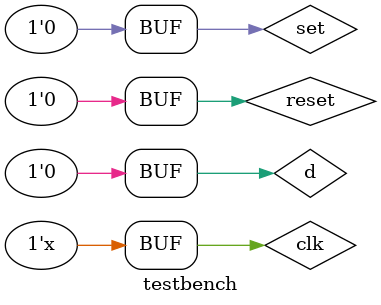
<source format=v>
`timescale 1ns / 1ps


module testbench();
    reg clk,set,reset,d;
    wire q,qbar;
    
    dff_synchronous DUT (q,qbar,d,clk,set,reset);
    // Clock Generation
    always #5 clk = ~clk;
    
    initial begin
        clk = 0;
        set = 0;
        reset = 0;
        d = 0;
        
        //Test case 1: Set
        #15 set = 1;
        #5 set = 0;
        
        //Test case 2: Reset
        #5 reset = 1; d = 1;
        #5 reset = 0; d = 0;
        
        //Test case 3: Both Set and Reset to be 1
        #5 set = 1; reset = 1;
        #5 set = 0; reset = 0;
        
        //Test case 4: D input
        #10 d = 1; 
        #5 d = 0;
        #5 d = 1;
        #5 d = 0;   
   end
   endmodule

</source>
